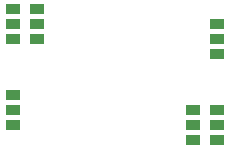
<source format=gbp>
G04 #@! TF.GenerationSoftware,KiCad,Pcbnew,(2018-01-07 revision 47989ccfc)-makepkg*
G04 #@! TF.CreationDate,2018-01-22T22:08:51+10:30*
G04 #@! TF.ProjectId,din_meter_atm90e26,64696E5F6D657465725F61746D393065,rev?*
G04 #@! TF.SameCoordinates,Original*
G04 #@! TF.FileFunction,Paste,Bot*
G04 #@! TF.FilePolarity,Positive*
%FSLAX46Y46*%
G04 Gerber Fmt 4.6, Leading zero omitted, Abs format (unit mm)*
G04 Created by KiCad (PCBNEW (2018-01-07 revision 47989ccfc)-makepkg) date 01/22/18 22:08:51*
%MOMM*%
%LPD*%
G01*
G04 APERTURE LIST*
%ADD10R,1.270000X0.970000*%
G04 APERTURE END LIST*
D10*
X137160000Y-64130000D03*
X137160000Y-65400000D03*
X137160000Y-66670000D03*
X137160000Y-71380000D03*
X137160000Y-72650000D03*
X137160000Y-73920000D03*
X139160000Y-64130000D03*
X139160000Y-65400000D03*
X139160000Y-66670000D03*
X152410000Y-75170000D03*
X152410000Y-73900000D03*
X152410000Y-72630000D03*
X154410000Y-75170000D03*
X154410000Y-73900000D03*
X154410000Y-72630000D03*
X154410000Y-67920000D03*
X154410000Y-66650000D03*
X154410000Y-65380000D03*
M02*

</source>
